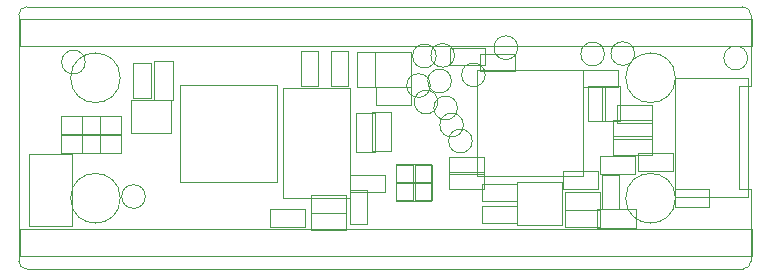
<source format=gbr>
%TF.GenerationSoftware,KiCad,Pcbnew,(5.1.5)-3*%
%TF.CreationDate,2020-06-07T22:11:54-07:00*%
%TF.ProjectId,UPduino_v3.0,55506475-696e-46f5-9f76-332e302e6b69,3.0*%
%TF.SameCoordinates,Original*%
%TF.FileFunction,Other,User*%
%FSLAX46Y46*%
G04 Gerber Fmt 4.6, Leading zero omitted, Abs format (unit mm)*
G04 Created by KiCad (PCBNEW (5.1.5)-3) date 2020-06-07 22:11:54*
%MOMM*%
%LPD*%
G04 APERTURE LIST*
%ADD10C,0.050000*%
G04 APERTURE END LIST*
D10*
X100000000Y-78480000D02*
G75*
G02X100700000Y-77780000I700000J0D01*
G01*
X161300000Y-77780000D02*
G75*
G02X162000000Y-78480000I0J-700000D01*
G01*
X162000000Y-99300000D02*
G75*
G02X161300000Y-100000000I-700000J0D01*
G01*
X100700000Y-100000000D02*
G75*
G02X100000000Y-99300000I0J700000D01*
G01*
X162000000Y-93200000D02*
X161000000Y-93200000D01*
X162000000Y-84500000D02*
X161000000Y-84500000D01*
X161000000Y-93200000D02*
X161000000Y-84500000D01*
X162000000Y-99300000D02*
X162000000Y-93200000D01*
X100000000Y-78480000D02*
X100000000Y-99300000D01*
X161300000Y-77780000D02*
X100700000Y-77780000D01*
X162000000Y-84500000D02*
X162000000Y-78480000D01*
X100700000Y-100000000D02*
X161300000Y-100000000D01*
X112876000Y-85646000D02*
X109476000Y-85646000D01*
X112876000Y-88446000D02*
X112876000Y-85646000D01*
X109476000Y-88446000D02*
X112876000Y-88446000D01*
X109476000Y-85646000D02*
X109476000Y-88446000D01*
X128067800Y-93947200D02*
X128067800Y-84647200D01*
X122347800Y-93947200D02*
X128067800Y-93947200D01*
X122347800Y-84647200D02*
X122347800Y-93947200D01*
X128067800Y-84647200D02*
X122347800Y-84647200D01*
X135000000Y-91180000D02*
X135000000Y-94140000D01*
X133540000Y-91180000D02*
X135000000Y-91180000D01*
X133540000Y-94140000D02*
X133540000Y-91180000D01*
X135000000Y-94140000D02*
X133540000Y-94140000D01*
X134930000Y-92590000D02*
X131970000Y-92590000D01*
X134930000Y-91130000D02*
X134930000Y-92590000D01*
X131970000Y-91130000D02*
X134930000Y-91130000D01*
X131970000Y-92590000D02*
X131970000Y-91130000D01*
X134940000Y-94200000D02*
X131980000Y-94200000D01*
X134940000Y-92740000D02*
X134940000Y-94200000D01*
X131980000Y-92740000D02*
X134940000Y-92740000D01*
X131980000Y-94200000D02*
X131980000Y-92740000D01*
X133400000Y-91170000D02*
X133400000Y-94130000D01*
X131940000Y-91170000D02*
X133400000Y-91170000D01*
X131940000Y-94130000D02*
X131940000Y-91170000D01*
X133400000Y-94130000D02*
X131940000Y-94130000D01*
X133200000Y-81650000D02*
X130200000Y-81650000D01*
X133200000Y-84550000D02*
X133200000Y-81650000D01*
X130200000Y-84550000D02*
X133200000Y-84550000D01*
X130200000Y-81650000D02*
X130200000Y-84550000D01*
X138798400Y-92101200D02*
X147798400Y-92101200D01*
X138798400Y-83101200D02*
X138798400Y-92101200D01*
X147798400Y-83101200D02*
X138798400Y-83101200D01*
X147798400Y-92101200D02*
X147798400Y-83101200D01*
X142200000Y-92628000D02*
X142200000Y-96228000D01*
X142200000Y-96228000D02*
X146000000Y-96228000D01*
X146000000Y-96228000D02*
X146000000Y-92628000D01*
X146000000Y-92628000D02*
X142200000Y-92628000D01*
X113659800Y-84383400D02*
X113659800Y-92623400D01*
X121899800Y-84383400D02*
X113659800Y-84383400D01*
X121899800Y-92623400D02*
X121899800Y-84383400D01*
X113659800Y-92623400D02*
X121899800Y-92623400D01*
X142030000Y-83230000D02*
X139070000Y-83230000D01*
X142030000Y-81770000D02*
X142030000Y-83230000D01*
X139070000Y-81770000D02*
X142030000Y-81770000D01*
X139070000Y-83230000D02*
X139070000Y-81770000D01*
X139500000Y-83550000D02*
G75*
G03X139500000Y-83550000I-1000000J0D01*
G01*
X152272000Y-96500000D02*
X148972000Y-96500000D01*
X152272000Y-96500000D02*
X152272000Y-94900000D01*
X148972000Y-94900000D02*
X148972000Y-96500000D01*
X148972000Y-94900000D02*
X152272000Y-94900000D01*
X104500000Y-90240000D02*
X100900000Y-90240000D01*
X104500000Y-96390000D02*
X104500000Y-90240000D01*
X100900000Y-96390000D02*
X104500000Y-96390000D01*
X100900000Y-90240000D02*
X100900000Y-96390000D01*
X152150000Y-81750000D02*
G75*
G03X152150000Y-81750000I-1000000J0D01*
G01*
X149244500Y-96430000D02*
X146284500Y-96430000D01*
X149244500Y-94970000D02*
X149244500Y-96430000D01*
X146284500Y-94970000D02*
X149244500Y-94970000D01*
X146284500Y-96430000D02*
X146284500Y-94970000D01*
X146221000Y-93504000D02*
X149181000Y-93504000D01*
X146221000Y-94964000D02*
X146221000Y-93504000D01*
X149181000Y-94964000D02*
X146221000Y-94964000D01*
X149181000Y-93504000D02*
X149181000Y-94964000D01*
X127718000Y-95218000D02*
X124758000Y-95218000D01*
X127718000Y-93758000D02*
X127718000Y-95218000D01*
X124758000Y-93758000D02*
X127718000Y-93758000D01*
X124758000Y-95218000D02*
X124758000Y-93758000D01*
X125328200Y-81568800D02*
X125328200Y-84528800D01*
X123868200Y-81568800D02*
X125328200Y-81568800D01*
X123868200Y-84528800D02*
X123868200Y-81568800D01*
X125328200Y-84528800D02*
X123868200Y-84528800D01*
X130220000Y-84614000D02*
X133180000Y-84614000D01*
X130220000Y-86074000D02*
X130220000Y-84614000D01*
X133180000Y-86074000D02*
X130220000Y-86074000D01*
X133180000Y-84614000D02*
X133180000Y-86074000D01*
X128080000Y-92000000D02*
X131040000Y-92000000D01*
X128080000Y-93460000D02*
X128080000Y-92000000D01*
X131040000Y-93460000D02*
X128080000Y-93460000D01*
X131040000Y-92000000D02*
X131040000Y-93460000D01*
X127868200Y-81568800D02*
X127868200Y-84528800D01*
X126408200Y-81568800D02*
X127868200Y-81568800D01*
X126408200Y-84528800D02*
X126408200Y-81568800D01*
X127868200Y-84528800D02*
X126408200Y-84528800D01*
X127705300Y-96691200D02*
X124745300Y-96691200D01*
X127705300Y-95231200D02*
X127705300Y-96691200D01*
X124745300Y-95231200D02*
X127705300Y-95231200D01*
X124745300Y-96691200D02*
X124745300Y-95231200D01*
X139236000Y-92770000D02*
X142196000Y-92770000D01*
X139236000Y-94230000D02*
X139236000Y-92770000D01*
X142196000Y-94230000D02*
X139236000Y-94230000D01*
X142196000Y-92770000D02*
X142196000Y-94230000D01*
X139236000Y-94620000D02*
X142196000Y-94620000D01*
X139236000Y-96080000D02*
X139236000Y-94620000D01*
X142196000Y-96080000D02*
X139236000Y-96080000D01*
X142196000Y-94620000D02*
X142196000Y-96080000D01*
X155404000Y-91662000D02*
X152444000Y-91662000D01*
X155404000Y-90202000D02*
X155404000Y-91662000D01*
X152444000Y-90202000D02*
X155404000Y-90202000D01*
X152444000Y-91662000D02*
X152444000Y-90202000D01*
X153626000Y-87598000D02*
X150666000Y-87598000D01*
X153626000Y-86138000D02*
X153626000Y-87598000D01*
X150666000Y-86138000D02*
X153626000Y-86138000D01*
X150666000Y-87598000D02*
X150666000Y-86138000D01*
X124280000Y-96410000D02*
X121320000Y-96410000D01*
X124280000Y-94950000D02*
X124280000Y-96410000D01*
X121320000Y-94950000D02*
X124280000Y-94950000D01*
X121320000Y-96410000D02*
X121320000Y-94950000D01*
X136520000Y-81270000D02*
X139480000Y-81270000D01*
X136520000Y-82730000D02*
X136520000Y-81270000D01*
X139480000Y-82730000D02*
X136520000Y-82730000D01*
X139480000Y-81270000D02*
X139480000Y-82730000D01*
X150880000Y-84507500D02*
X150880000Y-87467500D01*
X149420000Y-84507500D02*
X150880000Y-84507500D01*
X149420000Y-87467500D02*
X149420000Y-84507500D01*
X150880000Y-87467500D02*
X149420000Y-87467500D01*
X155530000Y-93240000D02*
X158490000Y-93240000D01*
X155530000Y-94700000D02*
X155530000Y-93240000D01*
X158490000Y-94700000D02*
X155530000Y-94700000D01*
X158490000Y-93240000D02*
X158490000Y-94700000D01*
X111170000Y-82590000D02*
X111170000Y-85550000D01*
X109710000Y-82590000D02*
X111170000Y-82590000D01*
X109710000Y-85550000D02*
X109710000Y-82590000D01*
X111170000Y-85550000D02*
X109710000Y-85550000D01*
X128670000Y-84580000D02*
X128670000Y-81620000D01*
X130130000Y-84580000D02*
X128670000Y-84580000D01*
X130130000Y-81620000D02*
X130130000Y-84580000D01*
X128670000Y-81620000D02*
X130130000Y-81620000D01*
X128048000Y-96222000D02*
X128048000Y-93262000D01*
X129508000Y-96222000D02*
X128048000Y-96222000D01*
X129508000Y-93262000D02*
X129508000Y-96222000D01*
X128048000Y-93262000D02*
X129508000Y-93262000D01*
X149630000Y-84520000D02*
X149630000Y-87480000D01*
X148170000Y-84520000D02*
X149630000Y-84520000D01*
X148170000Y-87480000D02*
X148170000Y-84520000D01*
X149630000Y-87480000D02*
X148170000Y-87480000D01*
X150780000Y-84580000D02*
X147820000Y-84580000D01*
X150780000Y-83120000D02*
X150780000Y-84580000D01*
X147820000Y-83120000D02*
X150780000Y-83120000D01*
X147820000Y-84580000D02*
X147820000Y-83120000D01*
X149054000Y-93186000D02*
X146094000Y-93186000D01*
X149054000Y-91726000D02*
X149054000Y-93186000D01*
X146094000Y-91726000D02*
X149054000Y-91726000D01*
X146094000Y-93186000D02*
X146094000Y-91726000D01*
X136420000Y-90470000D02*
X139380000Y-90470000D01*
X136420000Y-91930000D02*
X136420000Y-90470000D01*
X139380000Y-91930000D02*
X136420000Y-91930000D01*
X139380000Y-90470000D02*
X139380000Y-91930000D01*
X150844000Y-94952000D02*
X149384000Y-94952000D01*
X149384000Y-94952000D02*
X149384000Y-91992000D01*
X149384000Y-91992000D02*
X150844000Y-91992000D01*
X150844000Y-91992000D02*
X150844000Y-94952000D01*
X136420000Y-91770000D02*
X139380000Y-91770000D01*
X136420000Y-93230000D02*
X136420000Y-91770000D01*
X139380000Y-93230000D02*
X136420000Y-93230000D01*
X139380000Y-91770000D02*
X139380000Y-93230000D01*
X149205500Y-90456000D02*
X152165500Y-90456000D01*
X149205500Y-91916000D02*
X149205500Y-90456000D01*
X152165500Y-91916000D02*
X149205500Y-91916000D01*
X152165500Y-90456000D02*
X152165500Y-91916000D01*
X161730000Y-93920000D02*
X161730000Y-83860000D01*
X155600000Y-83860000D02*
X161730000Y-83860000D01*
X155600000Y-93920000D02*
X161730000Y-93920000D01*
X155600000Y-93920000D02*
X155600000Y-83860000D01*
X162120000Y-78800000D02*
X100120000Y-78800000D01*
X100120000Y-78800000D02*
X100120000Y-81150000D01*
X100120000Y-81150000D02*
X162120000Y-81150000D01*
X162120000Y-81150000D02*
X162120000Y-78800000D01*
X162120000Y-98930000D02*
X162120000Y-96580000D01*
X100120000Y-98930000D02*
X162120000Y-98930000D01*
X100120000Y-96580000D02*
X100120000Y-98930000D01*
X162120000Y-96580000D02*
X100120000Y-96580000D01*
X103567500Y-87046000D02*
X106867500Y-87046000D01*
X103567500Y-87046000D02*
X103567500Y-88646000D01*
X106867500Y-88646000D02*
X106867500Y-87046000D01*
X106867500Y-88646000D02*
X103567500Y-88646000D01*
X131546500Y-86716500D02*
X131546500Y-90016500D01*
X131546500Y-86716500D02*
X129946500Y-86716500D01*
X129946500Y-90016500D02*
X131546500Y-90016500D01*
X129946500Y-90016500D02*
X129946500Y-86716500D01*
X130200000Y-86742000D02*
X130200000Y-90042000D01*
X130200000Y-86742000D02*
X128600000Y-86742000D01*
X128600000Y-90042000D02*
X130200000Y-90042000D01*
X128600000Y-90042000D02*
X128600000Y-86742000D01*
X106880000Y-90146000D02*
X103580000Y-90146000D01*
X106880000Y-90146000D02*
X106880000Y-88546000D01*
X103580000Y-88546000D02*
X103580000Y-90146000D01*
X103580000Y-88546000D02*
X106880000Y-88546000D01*
X142250000Y-81250000D02*
G75*
G03X142250000Y-81250000I-1000000J0D01*
G01*
X136900000Y-81900000D02*
G75*
G03X136900000Y-81900000I-1000000J0D01*
G01*
X135350000Y-81950000D02*
G75*
G03X135350000Y-81950000I-1000000J0D01*
G01*
X136636000Y-84074000D02*
G75*
G03X136636000Y-84074000I-1000000J0D01*
G01*
X134858000Y-84455000D02*
G75*
G03X134858000Y-84455000I-1000000J0D01*
G01*
X135493000Y-85852000D02*
G75*
G03X135493000Y-85852000I-1000000J0D01*
G01*
X137150000Y-86350000D02*
G75*
G03X137150000Y-86350000I-1000000J0D01*
G01*
X137650000Y-87800000D02*
G75*
G03X137650000Y-87800000I-1000000J0D01*
G01*
X138400000Y-89150000D02*
G75*
G03X138400000Y-89150000I-1000000J0D01*
G01*
X149590000Y-81788000D02*
G75*
G03X149590000Y-81788000I-1000000J0D01*
G01*
X110728000Y-93853000D02*
G75*
G03X110728000Y-93853000I-1000000J0D01*
G01*
X105640000Y-82470000D02*
G75*
G03X105640000Y-82470000I-1000000J0D01*
G01*
X161710000Y-82120000D02*
G75*
G03X161710000Y-82120000I-1000000J0D01*
G01*
X108600000Y-94000000D02*
G75*
G03X108600000Y-94000000I-2100000J0D01*
G01*
X108600000Y-83800000D02*
G75*
G03X108600000Y-83800000I-2100000J0D01*
G01*
X155600000Y-94000000D02*
G75*
G03X155600000Y-94000000I-2100000J0D01*
G01*
X155600000Y-83800000D02*
G75*
G03X155600000Y-83800000I-2100000J0D01*
G01*
X108651100Y-90146000D02*
X105351100Y-90146000D01*
X108651100Y-90146000D02*
X108651100Y-88546000D01*
X105351100Y-88546000D02*
X105351100Y-90146000D01*
X105351100Y-88546000D02*
X108651100Y-88546000D01*
X113050000Y-82390000D02*
X113050000Y-85690000D01*
X113050000Y-82390000D02*
X111450000Y-82390000D01*
X111450000Y-85690000D02*
X113050000Y-85690000D01*
X111450000Y-85690000D02*
X111450000Y-82390000D01*
X108651100Y-88646000D02*
X105351100Y-88646000D01*
X108651100Y-88646000D02*
X108651100Y-87046000D01*
X105351100Y-87046000D02*
X105351100Y-88646000D01*
X105351100Y-87046000D02*
X108651100Y-87046000D01*
X153650000Y-90300000D02*
X150350000Y-90300000D01*
X153650000Y-90300000D02*
X153650000Y-88700000D01*
X150350000Y-88700000D02*
X150350000Y-90300000D01*
X150350000Y-88700000D02*
X153650000Y-88700000D01*
X150350000Y-87400000D02*
X153650000Y-87400000D01*
X150350000Y-87400000D02*
X150350000Y-89000000D01*
X153650000Y-89000000D02*
X153650000Y-87400000D01*
X153650000Y-89000000D02*
X150350000Y-89000000D01*
M02*

</source>
